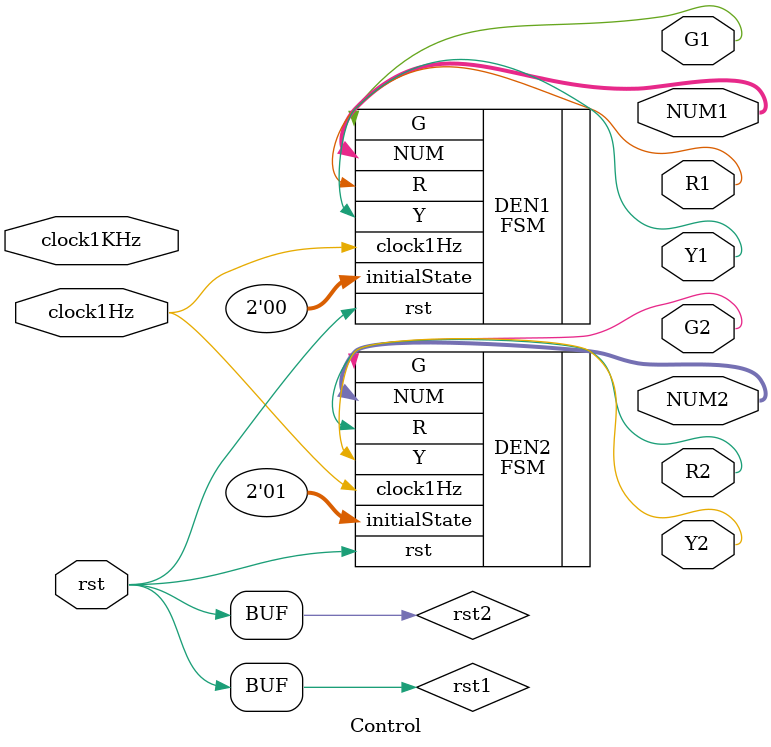
<source format=v>
module Control
(
clock1Hz,
clock1KHz,
rst,
R1,
G1,
Y1,
NUM1,
R2,
G2,
Y2,
NUM2
);

input clock1Hz,clock1KHz,rst;
output wire R1,G1,Y1,R2,G2,Y2;
output wire [7:0] NUM1,NUM2;
reg rst1,rst2;

parameter	RedState = 2'b00,
			GreenState = 2'b01,
			YellowState = 2'b10;


FSM DEN1
(
.clock1Hz(clock1Hz),
.rst(rst1),
.initialState(RedState),
.R(R1),
.G(G1),
.Y(Y1),
.NUM(NUM1)
);
defparam DEN1.RedTime = 30;
defparam DEN1.GreenTime = 25;
defparam DEN1.YellowTime = 5;

FSM DEN2
(
.clock1Hz(clock1Hz),
.rst(rst2),
.initialState(GreenState),
.R(R2),
.G(G2),
.Y(Y2),
.NUM(NUM2)
);
defparam DEN2.RedTime = 30;
defparam DEN2.GreenTime = 25;
defparam DEN2.YellowTime = 5;

always @ (rst)
begin
  #20;
  rst1 = rst;
  rst2 = rst;
end


endmodule

</source>
